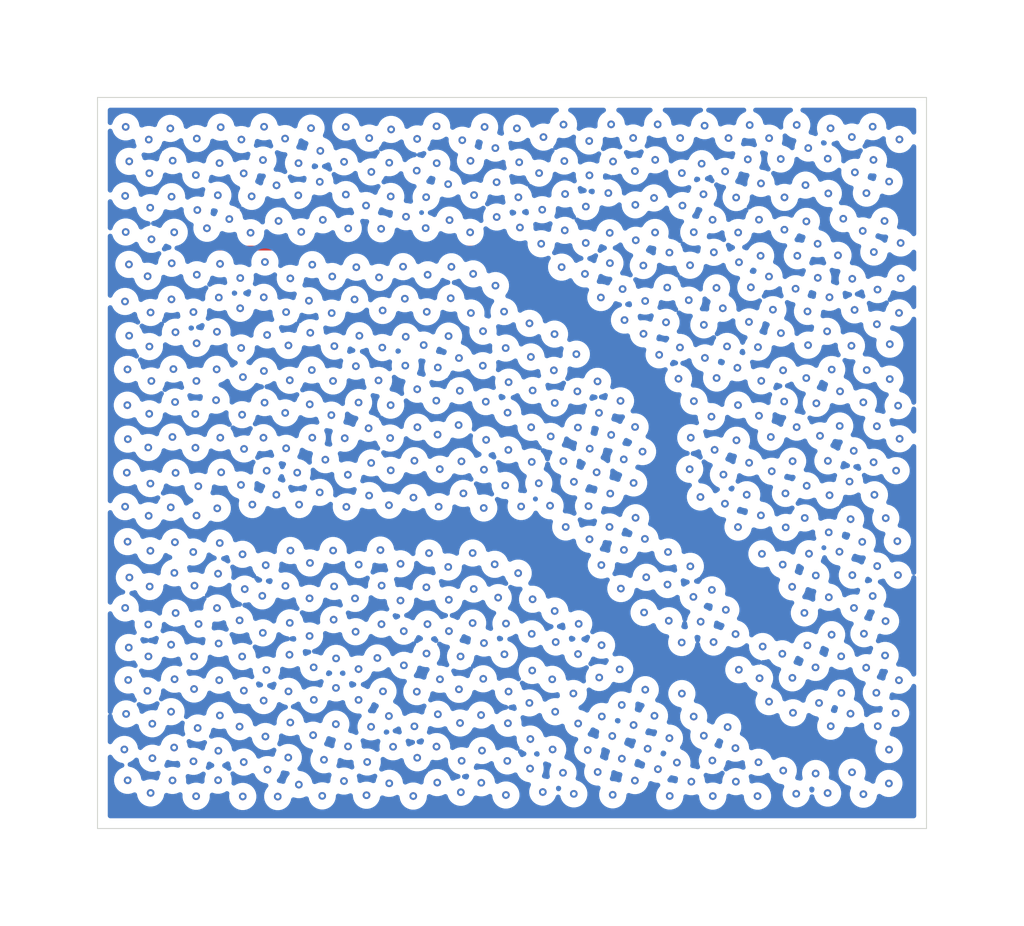
<source format=kicad_pcb>
(kicad_pcb (version 20171130) (host pcbnew 5.1.4-br-unknown-f2e75c9~84~ubuntu18.04.1)
  (layers (0 F.Cu signal) (31 B.Cu signal) (34 B.Paste user) (35 F.Paste user) (36 B.SilkS user) (37 F.SilkS user) (38 B.Mask user) (39 F.Mask user) (44 Edge.Cuts user))
  (net 0 "")
  (gr_line (start 101.6 127) (end 101.6 88.9) (layer Edge.Cuts) (width 0.05))
  (gr_line (start 144.78 127) (end 101.6 127) (layer Edge.Cuts) (width 0.05))
  (gr_line (start 144.78 88.9) (end 144.78 127) (layer Edge.Cuts) (width 0.05))
  (gr_line (start 101.6 88.9) (end 144.78 88.9) (layer Edge.Cuts) (width 0.05))
  (segment (start 106.5 96.75) (end 123 96.75) (width 0.25) (layer F.Cu) (net 0))
  (segment (start 123 96.75) (end 131.5 105.25) (width 0.25) (layer F.Cu) (net 0))
  (segment (start 131.5 105.25) (end 131.5 110.25) (width 0.25) (layer F.Cu) (net 0))
  (segment (start 131.5 110.25) (end 137.5 116.25) (width 0.25) (layer F.Cu) (net 0))
  (segment (start 109 111.25) (end 123.5 111.25) (width 0.25) (layer F.Cu) (net 0))
  (segment (start 123.5 111.25) (end 130.75 118.5) (width 0.25) (layer F.Cu) (net 0))
  (segment (start 130.75 118.5) (end 133 118.5) (width 0.25) (layer F.Cu) (net 0))
  (segment (start 133 118.5) (end 137.5 123) (width 0.25) (layer F.Cu) (net 0))
  (segment (start 137.5 123) (end 141.75 123) (width 0.25) (layer F.Cu) (net 0))
  (via (at 103.06767 90.432043) (size 0.4) (drill 0.2) (layers F.Cu B.Cu) (net 0))
  (via (at 103.252597 92.230499) (size 0.4) (drill 0.2) (layers F.Cu B.Cu) (net 0))
  (via (at 103.040116 94.02988) (size 0.4) (drill 0.2) (layers F.Cu B.Cu) (net 0))
  (via (at 103.0689 95.912658) (size 0.4) (drill 0.2) (layers F.Cu B.Cu) (net 0))
  (via (at 103.236164 97.599928) (size 0.4) (drill 0.2) (layers F.Cu B.Cu) (net 0))
  (via (at 103.03123 99.532351) (size 0.4) (drill 0.2) (layers F.Cu B.Cu) (net 0))
  (via (at 103.247478 101.315502) (size 0.4) (drill 0.2) (layers F.Cu B.Cu) (net 0))
  (via (at 103.161961 103.0717) (size 0.4) (drill 0.2) (layers F.Cu B.Cu) (net 0))
  (via (at 103.152694 104.936841) (size 0.4) (drill 0.2) (layers F.Cu B.Cu) (net 0))
  (via (at 103.178852 106.705652) (size 0.4) (drill 0.2) (layers F.Cu B.Cu) (net 0))
  (via (at 103.125278 108.453735) (size 0.4) (drill 0.2) (layers F.Cu B.Cu) (net 0))
  (via (at 103.037331 110.226092) (size 0.4) (drill 0.2) (layers F.Cu B.Cu) (net 0))
  (via (at 103.165725 112.050494) (size 0.4) (drill 0.2) (layers F.Cu B.Cu) (net 0))
  (via (at 103.259975 113.916474) (size 0.4) (drill 0.2) (layers F.Cu B.Cu) (net 0))
  (via (at 103.040248 115.504795) (size 0.4) (drill 0.2) (layers F.Cu B.Cu) (net 0))
  (via (at 103.227312 117.568753) (size 0.4) (drill 0.2) (layers F.Cu B.Cu) (net 0))
  (via (at 103.197549 119.258523) (size 0.4) (drill 0.2) (layers F.Cu B.Cu) (net 0))
  (via (at 103.089089 121.027809) (size 0.4) (drill 0.2) (layers F.Cu B.Cu) (net 0))
  (via (at 102.997146 122.880895) (size 0.4) (drill 0.2) (layers F.Cu B.Cu) (net 0))
  (via (at 103.169748 124.48825) (size 0.4) (drill 0.2) (layers F.Cu B.Cu) (net 0))
  (via (at 104.269082 91.093627) (size 0.4) (drill 0.2) (layers F.Cu B.Cu) (net 0))
  (via (at 104.299634 92.848475) (size 0.4) (drill 0.2) (layers F.Cu B.Cu) (net 0))
  (via (at 104.344961 94.644387) (size 0.4) (drill 0.2) (layers F.Cu B.Cu) (net 0))
  (via (at 104.410117 96.29316) (size 0.4) (drill 0.2) (layers F.Cu B.Cu) (net 0))
  (via (at 104.210484 98.219591) (size 0.4) (drill 0.2) (layers F.Cu B.Cu) (net 0))
  (via (at 104.362891 100.105275) (size 0.4) (drill 0.2) (layers F.Cu B.Cu) (net 0))
  (via (at 104.301474 101.880944) (size 0.4) (drill 0.2) (layers F.Cu B.Cu) (net 0))
  (via (at 104.404188 103.676958) (size 0.4) (drill 0.2) (layers F.Cu B.Cu) (net 0))
  (via (at 104.293138 105.387487) (size 0.4) (drill 0.2) (layers F.Cu B.Cu) (net 0))
  (via (at 104.243592 107.141755) (size 0.4) (drill 0.2) (layers F.Cu B.Cu) (net 0))
  (via (at 104.353656 109.021621) (size 0.4) (drill 0.2) (layers F.Cu B.Cu) (net 0))
  (via (at 104.264742 110.702858) (size 0.4) (drill 0.2) (layers F.Cu B.Cu) (net 0))
  (via (at 104.352416 112.525852) (size 0.4) (drill 0.2) (layers F.Cu B.Cu) (net 0))
  (via (at 104.315756 114.387629) (size 0.4) (drill 0.2) (layers F.Cu B.Cu) (net 0))
  (via (at 104.242255 116.365489) (size 0.4) (drill 0.2) (layers F.Cu B.Cu) (net 0))
  (via (at 104.252005 118.031834) (size 0.4) (drill 0.2) (layers F.Cu B.Cu) (net 0))
  (via (at 104.20072 119.825892) (size 0.4) (drill 0.2) (layers F.Cu B.Cu) (net 0))
  (via (at 104.452405 121.540651) (size 0.4) (drill 0.2) (layers F.Cu B.Cu) (net 0))
  (via (at 104.457562 123.337131) (size 0.4) (drill 0.2) (layers F.Cu B.Cu) (net 0))
  (via (at 104.365697 125.146844) (size 0.4) (drill 0.2) (layers F.Cu B.Cu) (net 0))
  (via (at 105.390977 90.513112) (size 0.4) (drill 0.2) (layers F.Cu B.Cu) (net 0))
  (via (at 105.515704 92.193457) (size 0.4) (drill 0.2) (layers F.Cu B.Cu) (net 0))
  (via (at 105.456261 94.070684) (size 0.4) (drill 0.2) (layers F.Cu B.Cu) (net 0))
  (via (at 105.59464 95.925997) (size 0.4) (drill 0.2) (layers F.Cu B.Cu) (net 0))
  (via (at 105.465068 97.541113) (size 0.4) (drill 0.2) (layers F.Cu B.Cu) (net 0))
  (via (at 105.451106 99.421348) (size 0.4) (drill 0.2) (layers F.Cu B.Cu) (net 0))
  (via (at 105.660067 101.13358) (size 0.4) (drill 0.2) (layers F.Cu B.Cu) (net 0))
  (via (at 105.552463 103.055551) (size 0.4) (drill 0.2) (layers F.Cu B.Cu) (net 0))
  (via (at 105.639649 104.772828) (size 0.4) (drill 0.2) (layers F.Cu B.Cu) (net 0))
  (via (at 105.50131 106.595833) (size 0.4) (drill 0.2) (layers F.Cu B.Cu) (net 0))
  (via (at 105.666597 108.464074) (size 0.4) (drill 0.2) (layers F.Cu B.Cu) (net 0))
  (via (at 105.415074 110.263045) (size 0.4) (drill 0.2) (layers F.Cu B.Cu) (net 0))
  (via (at 105.631684 112.079011) (size 0.4) (drill 0.2) (layers F.Cu B.Cu) (net 0))
  (via (at 105.601491 113.677607) (size 0.4) (drill 0.2) (layers F.Cu B.Cu) (net 0))
  (via (at 105.669337 115.769363) (size 0.4) (drill 0.2) (layers F.Cu B.Cu) (net 0))
  (via (at 105.433123 117.418973) (size 0.4) (drill 0.2) (layers F.Cu B.Cu) (net 0))
  (via (at 105.612822 119.219673) (size 0.4) (drill 0.2) (layers F.Cu B.Cu) (net 0))
  (via (at 105.430096 120.912261) (size 0.4) (drill 0.2) (layers F.Cu B.Cu) (net 0))
  (via (at 105.591048 122.77968) (size 0.4) (drill 0.2) (layers F.Cu B.Cu) (net 0))
  (via (at 105.50549 124.494754) (size 0.4) (drill 0.2) (layers F.Cu B.Cu) (net 0))
  (via (at 106.770969 91.043092) (size 0.4) (drill 0.2) (layers F.Cu B.Cu) (net 0))
  (via (at 106.721573 92.944609) (size 0.4) (drill 0.2) (layers F.Cu B.Cu) (net 0))
  (via (at 106.797776 94.766438) (size 0.4) (drill 0.2) (layers F.Cu B.Cu) (net 0))
  (via (at 106.771413 98.138171) (size 0.4) (drill 0.2) (layers F.Cu B.Cu) (net 0))
  (via (at 106.595891 100.083272) (size 0.4) (drill 0.2) (layers F.Cu B.Cu) (net 0))
  (via (at 106.762254 101.710687) (size 0.4) (drill 0.2) (layers F.Cu B.Cu) (net 0))
  (via (at 106.75018 103.67524) (size 0.4) (drill 0.2) (layers F.Cu B.Cu) (net 0))
  (via (at 106.693099 105.395013) (size 0.4) (drill 0.2) (layers F.Cu B.Cu) (net 0))
  (via (at 106.699368 107.155373) (size 0.4) (drill 0.2) (layers F.Cu B.Cu) (net 0))
  (via (at 106.848894 109.161211) (size 0.4) (drill 0.2) (layers F.Cu B.Cu) (net 0))
  (via (at 106.756128 110.689537) (size 0.4) (drill 0.2) (layers F.Cu B.Cu) (net 0))
  (via (at 106.585864 112.589374) (size 0.4) (drill 0.2) (layers F.Cu B.Cu) (net 0))
  (via (at 106.649938 114.343932) (size 0.4) (drill 0.2) (layers F.Cu B.Cu) (net 0))
  (via (at 106.862464 116.341334) (size 0.4) (drill 0.2) (layers F.Cu B.Cu) (net 0))
  (via (at 106.632554 118.035397) (size 0.4) (drill 0.2) (layers F.Cu B.Cu) (net 0))
  (via (at 106.629108 119.731113) (size 0.4) (drill 0.2) (layers F.Cu B.Cu) (net 0))
  (via (at 106.816669 121.762361) (size 0.4) (drill 0.2) (layers F.Cu B.Cu) (net 0))
  (via (at 106.597745 123.498753) (size 0.4) (drill 0.2) (layers F.Cu B.Cu) (net 0))
  (via (at 106.736086 125.318464) (size 0.4) (drill 0.2) (layers F.Cu B.Cu) (net 0))
  (via (at 107.299672 95.71558) (size 0.4) (drill 0.2) (layers F.Cu B.Cu) (net 0))
  (via (at 108.017002 90.449648) (size 0.4) (drill 0.2) (layers F.Cu B.Cu) (net 0))
  (via (at 107.955793 92.321457) (size 0.4) (drill 0.2) (layers F.Cu B.Cu) (net 0))
  (via (at 107.867077 93.994052) (size 0.4) (drill 0.2) (layers F.Cu B.Cu) (net 0))
  (via (at 107.981738 97.571998) (size 0.4) (drill 0.2) (layers F.Cu B.Cu) (net 0))
  (via (at 107.916752 99.325963) (size 0.4) (drill 0.2) (layers F.Cu B.Cu) (net 0))
  (via (at 107.82124 101.112066) (size 0.4) (drill 0.2) (layers F.Cu B.Cu) (net 0))
  (via (at 107.806686 103.06846) (size 0.4) (drill 0.2) (layers F.Cu B.Cu) (net 0))
  (via (at 107.774491 104.675746) (size 0.4) (drill 0.2) (layers F.Cu B.Cu) (net 0))
  (via (at 107.994322 106.630974) (size 0.4) (drill 0.2) (layers F.Cu B.Cu) (net 0))
  (via (at 108.040838 108.436332) (size 0.4) (drill 0.2) (layers F.Cu B.Cu) (net 0))
  (via (at 107.837209 110.313667) (size 0.4) (drill 0.2) (layers F.Cu B.Cu) (net 0))
  (via (at 107.966889 112.121497) (size 0.4) (drill 0.2) (layers F.Cu B.Cu) (net 0))
  (via (at 107.879163 113.720097) (size 0.4) (drill 0.2) (layers F.Cu B.Cu) (net 0))
  (via (at 107.824552 115.51157) (size 0.4) (drill 0.2) (layers F.Cu B.Cu) (net 0))
  (via (at 107.909602 117.357133) (size 0.4) (drill 0.2) (layers F.Cu B.Cu) (net 0))
  (via (at 107.939328 119.268311) (size 0.4) (drill 0.2) (layers F.Cu B.Cu) (net 0))
  (via (at 107.972832 121.108697) (size 0.4) (drill 0.2) (layers F.Cu B.Cu) (net 0))
  (via (at 107.894016 122.948831) (size 0.4) (drill 0.2) (layers F.Cu B.Cu) (net 0))
  (via (at 107.881618 124.482242) (size 0.4) (drill 0.2) (layers F.Cu B.Cu) (net 0))
  (via (at 108.46397 95.237248) (size 0.4) (drill 0.2) (layers F.Cu B.Cu) (net 0))
  (via (at 109.093848 91.093317) (size 0.4) (drill 0.2) (layers F.Cu B.Cu) (net 0))
  (via (at 109.214616 92.85573) (size 0.4) (drill 0.2) (layers F.Cu B.Cu) (net 0))
  (via (at 109.034301 98.312408) (size 0.4) (drill 0.2) (layers F.Cu B.Cu) (net 0))
  (via (at 109.031398 99.88697) (size 0.4) (drill 0.2) (layers F.Cu B.Cu) (net 0))
  (via (at 109.08185 101.955393) (size 0.4) (drill 0.2) (layers F.Cu B.Cu) (net 0))
  (via (at 109.173381 103.473384) (size 0.4) (drill 0.2) (layers F.Cu B.Cu) (net 0))
  (via (at 109.131621 105.433262) (size 0.4) (drill 0.2) (layers F.Cu B.Cu) (net 0))
  (via (at 109.232714 107.2173) (size 0.4) (drill 0.2) (layers F.Cu B.Cu) (net 0))
  (via (at 109.071683 109.09248) (size 0.4) (drill 0.2) (layers F.Cu B.Cu) (net 0))
  (via (at 109.153369 112.70933) (size 0.4) (drill 0.2) (layers F.Cu B.Cu) (net 0))
  (via (at 109.268663 114.52383) (size 0.4) (drill 0.2) (layers F.Cu B.Cu) (net 0))
  (via (at 109.000793 116.152208) (size 0.4) (drill 0.2) (layers F.Cu B.Cu) (net 0))
  (via (at 109.134544 118.035658) (size 0.4) (drill 0.2) (layers F.Cu B.Cu) (net 0))
  (via (at 109.222824 119.814384) (size 0.4) (drill 0.2) (layers F.Cu B.Cu) (net 0))
  (via (at 108.999247 121.689021) (size 0.4) (drill 0.2) (layers F.Cu B.Cu) (net 0))
  (via (at 109.217517 123.537182) (size 0.4) (drill 0.2) (layers F.Cu B.Cu) (net 0))
  (via (at 109.16513 125.330681) (size 0.4) (drill 0.2) (layers F.Cu B.Cu) (net 0))
  (via (at 109.629074 94.05349) (size 0.4) (drill 0.2) (layers F.Cu B.Cu) (net 0))
  (via (at 109.571815 95.949388) (size 0.4) (drill 0.2) (layers F.Cu B.Cu) (net 0))
  (via (at 109.663666 110.115783) (size 0.4) (drill 0.2) (layers F.Cu B.Cu) (net 0))
  (via (at 110.275833 90.426017) (size 0.4) (drill 0.2) (layers F.Cu B.Cu) (net 0))
  (via (at 110.217319 92.161199) (size 0.4) (drill 0.2) (layers F.Cu B.Cu) (net 0))
  (via (at 110.320234 97.476224) (size 0.4) (drill 0.2) (layers F.Cu B.Cu) (net 0))
  (via (at 110.259761 99.315955) (size 0.4) (drill 0.2) (layers F.Cu B.Cu) (net 0))
  (via (at 110.43423 101.277666) (size 0.4) (drill 0.2) (layers F.Cu B.Cu) (net 0))
  (via (at 110.266885 103.154697) (size 0.4) (drill 0.2) (layers F.Cu B.Cu) (net 0))
  (via (at 110.301769 104.802828) (size 0.4) (drill 0.2) (layers F.Cu B.Cu) (net 0))
  (via (at 110.242816 106.632321) (size 0.4) (drill 0.2) (layers F.Cu B.Cu) (net 0))
  (via (at 110.411889 108.352626) (size 0.4) (drill 0.2) (layers F.Cu B.Cu) (net 0))
  (via (at 110.361757 113.275917) (size 0.4) (drill 0.2) (layers F.Cu B.Cu) (net 0))
  (via (at 110.181293 114.875163) (size 0.4) (drill 0.2) (layers F.Cu B.Cu) (net 0))
  (via (at 110.210506 116.803099) (size 0.4) (drill 0.2) (layers F.Cu B.Cu) (net 0))
  (via (at 110.399836 118.735511) (size 0.4) (drill 0.2) (layers F.Cu B.Cu) (net 0))
  (via (at 110.255001 120.333478) (size 0.4) (drill 0.2) (layers F.Cu B.Cu) (net 0))
  (via (at 110.34583 122.206112) (size 0.4) (drill 0.2) (layers F.Cu B.Cu) (net 0))
  (via (at 110.454386 123.931393) (size 0.4) (drill 0.2) (layers F.Cu B.Cu) (net 0))
  (via (at 110.924665 93.478387) (size 0.4) (drill 0.2) (layers F.Cu B.Cu) (net 0))
  (via (at 111.030235 95.335253) (size 0.4) (drill 0.2) (layers F.Cu B.Cu) (net 0))
  (via (at 110.913674 109.607097) (size 0.4) (drill 0.2) (layers F.Cu B.Cu) (net 0))
  (via (at 110.987042 125.336807) (size 0.4) (drill 0.2) (layers F.Cu B.Cu) (net 0))
  (via (at 111.37048 91.042768) (size 0.4) (drill 0.2) (layers F.Cu B.Cu) (net 0))
  (via (at 111.641952 98.3302) (size 0.4) (drill 0.2) (layers F.Cu B.Cu) (net 0))
  (via (at 111.422856 100.085334) (size 0.4) (drill 0.2) (layers F.Cu B.Cu) (net 0))
  (via (at 111.544794 101.823318) (size 0.4) (drill 0.2) (layers F.Cu B.Cu) (net 0))
  (via (at 111.614607 103.637443) (size 0.4) (drill 0.2) (layers F.Cu B.Cu) (net 0))
  (via (at 111.375907 105.33932) (size 0.4) (drill 0.2) (layers F.Cu B.Cu) (net 0))
  (via (at 111.425308 107.185629) (size 0.4) (drill 0.2) (layers F.Cu B.Cu) (net 0))
  (via (at 111.648181 112.512508) (size 0.4) (drill 0.2) (layers F.Cu B.Cu) (net 0))
  (via (at 111.387397 114.355122) (size 0.4) (drill 0.2) (layers F.Cu B.Cu) (net 0))
  (via (at 111.613756 116.283342) (size 0.4) (drill 0.2) (layers F.Cu B.Cu) (net 0))
  (via (at 111.598181 117.942821) (size 0.4) (drill 0.2) (layers F.Cu B.Cu) (net 0))
  (via (at 111.54692 119.853611) (size 0.4) (drill 0.2) (layers F.Cu B.Cu) (net 0))
  (via (at 111.64122 121.474071) (size 0.4) (drill 0.2) (layers F.Cu B.Cu) (net 0))
  (via (at 111.53548 123.299791) (size 0.4) (drill 0.2) (layers F.Cu B.Cu) (net 0))
  (via (at 112.069909 92.324363) (size 0.4) (drill 0.2) (layers F.Cu B.Cu) (net 0))
  (via (at 112.056746 94.000615) (size 0.4) (drill 0.2) (layers F.Cu B.Cu) (net 0))
  (via (at 112.211238 95.903526) (size 0.4) (drill 0.2) (layers F.Cu B.Cu) (net 0))
  (via (at 112.002183 108.452854) (size 0.4) (drill 0.2) (layers F.Cu B.Cu) (net 0))
  (via (at 112.099709 110.116457) (size 0.4) (drill 0.2) (layers F.Cu B.Cu) (net 0))
  (via (at 112.086033 124.712289) (size 0.4) (drill 0.2) (layers F.Cu B.Cu) (net 0))
  (via (at 112.721412 90.498704) (size 0.4) (drill 0.2) (layers F.Cu B.Cu) (net 0))
  (via (at 112.785413 97.612997) (size 0.4) (drill 0.2) (layers F.Cu B.Cu) (net 0))
  (via (at 112.612565 99.492551) (size 0.4) (drill 0.2) (layers F.Cu B.Cu) (net 0))
  (via (at 112.6819 101.163704) (size 0.4) (drill 0.2) (layers F.Cu B.Cu) (net 0))
  (via (at 112.761962 103.105668) (size 0.4) (drill 0.2) (layers F.Cu B.Cu) (net 0))
  (via (at 112.6539 104.89274) (size 0.4) (drill 0.2) (layers F.Cu B.Cu) (net 0))
  (via (at 112.785943 106.630385) (size 0.4) (drill 0.2) (layers F.Cu B.Cu) (net 0))
  (via (at 112.665412 113.159432) (size 0.4) (drill 0.2) (layers F.Cu B.Cu) (net 0))
  (via (at 112.644627 115.005193) (size 0.4) (drill 0.2) (layers F.Cu B.Cu) (net 0))
  (via (at 112.645683 116.966783) (size 0.4) (drill 0.2) (layers F.Cu B.Cu) (net 0))
  (via (at 112.858983 118.601984) (size 0.4) (drill 0.2) (layers F.Cu B.Cu) (net 0))
  (via (at 112.868425 120.295856) (size 0.4) (drill 0.2) (layers F.Cu B.Cu) (net 0))
  (via (at 112.829412 122.135137) (size 0.4) (drill 0.2) (layers F.Cu B.Cu) (net 0))
  (via (at 113.204299 91.682628) (size 0.4) (drill 0.2) (layers F.Cu B.Cu) (net 0))
  (via (at 113.176939 93.295813) (size 0.4) (drill 0.2) (layers F.Cu B.Cu) (net 0))
  (via (at 113.335594 95.278647) (size 0.4) (drill 0.2) (layers F.Cu B.Cu) (net 0))
  (via (at 113.466921 107.777783) (size 0.4) (drill 0.2) (layers F.Cu B.Cu) (net 0))
  (via (at 113.173875 109.482087) (size 0.4) (drill 0.2) (layers F.Cu B.Cu) (net 0))
  (via (at 113.395858 123.41792) (size 0.4) (drill 0.2) (layers F.Cu B.Cu) (net 0))
  (via (at 113.304701 125.299217) (size 0.4) (drill 0.2) (layers F.Cu B.Cu) (net 0))
  (via (at 113.826771 98.229995) (size 0.4) (drill 0.2) (layers F.Cu B.Cu) (net 0))
  (via (at 113.798246 100.137119) (size 0.4) (drill 0.2) (layers F.Cu B.Cu) (net 0))
  (via (at 113.93577 101.860436) (size 0.4) (drill 0.2) (layers F.Cu B.Cu) (net 0))
  (via (at 113.867415 103.676039) (size 0.4) (drill 0.2) (layers F.Cu B.Cu) (net 0))
  (via (at 113.779678 105.454534) (size 0.4) (drill 0.2) (layers F.Cu B.Cu) (net 0))
  (via (at 113.871938 112.512664) (size 0.4) (drill 0.2) (layers F.Cu B.Cu) (net 0))
  (via (at 113.924525 114.383476) (size 0.4) (drill 0.2) (layers F.Cu B.Cu) (net 0))
  (via (at 113.899734 116.115334) (size 0.4) (drill 0.2) (layers F.Cu B.Cu) (net 0))
  (via (at 114.026796 118.135058) (size 0.4) (drill 0.2) (layers F.Cu B.Cu) (net 0))
  (via (at 114.020471 119.672845) (size 0.4) (drill 0.2) (layers F.Cu B.Cu) (net 0))
  (via (at 114.01417 121.560784) (size 0.4) (drill 0.2) (layers F.Cu B.Cu) (net 0))
  (via (at 114.534028 90.438838) (size 0.4) (drill 0.2) (layers F.Cu B.Cu) (net 0))
  (via (at 114.442571 92.253821) (size 0.4) (drill 0.2) (layers F.Cu B.Cu) (net 0))
  (via (at 114.534924 93.961117) (size 0.4) (drill 0.2) (layers F.Cu B.Cu) (net 0))
  (via (at 114.658628 95.726109) (size 0.4) (drill 0.2) (layers F.Cu B.Cu) (net 0))
  (via (at 114.477616 106.658546) (size 0.4) (drill 0.2) (layers F.Cu B.Cu) (net 0))
  (via (at 114.639805 108.565035) (size 0.4) (drill 0.2) (layers F.Cu B.Cu) (net 0))
  (via (at 114.56156 110.237751) (size 0.4) (drill 0.2) (layers F.Cu B.Cu) (net 0))
  (via (at 114.649276 122.723037) (size 0.4) (drill 0.2) (layers F.Cu B.Cu) (net 0))
  (via (at 114.437608 124.526816) (size 0.4) (drill 0.2) (layers F.Cu B.Cu) (net 0))
  (via (at 115.079896 97.746264) (size 0.4) (drill 0.2) (layers F.Cu B.Cu) (net 0))
  (via (at 114.988393 99.42746) (size 0.4) (drill 0.2) (layers F.Cu B.Cu) (net 0))
  (via (at 115.238947 101.31897) (size 0.4) (drill 0.2) (layers F.Cu B.Cu) (net 0))
  (via (at 115.058273 102.904664) (size 0.4) (drill 0.2) (layers F.Cu B.Cu) (net 0))
  (via (at 115.197413 104.797964) (size 0.4) (drill 0.2) (layers F.Cu B.Cu) (net 0))
  (via (at 115.205251 113.244832) (size 0.4) (drill 0.2) (layers F.Cu B.Cu) (net 0))
  (via (at 115.013068 115.007286) (size 0.4) (drill 0.2) (layers F.Cu B.Cu) (net 0))
  (via (at 115.043071 116.744771) (size 0.4) (drill 0.2) (layers F.Cu B.Cu) (net 0))
  (via (at 115.195818 118.691162) (size 0.4) (drill 0.2) (layers F.Cu B.Cu) (net 0))
  (via (at 115.196861 120.296657) (size 0.4) (drill 0.2) (layers F.Cu B.Cu) (net 0))
  (via (at 115.751996 91.017491) (size 0.4) (drill 0.2) (layers F.Cu B.Cu) (net 0))
  (via (at 115.861789 92.779417) (size 0.4) (drill 0.2) (layers F.Cu B.Cu) (net 0))
  (via (at 115.586924 94.532753) (size 0.4) (drill 0.2) (layers F.Cu B.Cu) (net 0))
  (via (at 115.720541 106.139073) (size 0.4) (drill 0.2) (layers F.Cu B.Cu) (net 0))
  (via (at 115.854161 107.947464) (size 0.4) (drill 0.2) (layers F.Cu B.Cu) (net 0))
  (via (at 115.747771 109.648513) (size 0.4) (drill 0.2) (layers F.Cu B.Cu) (net 0))
  (via (at 115.849094 121.699382) (size 0.4) (drill 0.2) (layers F.Cu B.Cu) (net 0))
  (via (at 115.64638 123.534087) (size 0.4) (drill 0.2) (layers F.Cu B.Cu) (net 0))
  (via (at 115.611006 125.266246) (size 0.4) (drill 0.2) (layers F.Cu B.Cu) (net 0))
  (via (at 116.373389 95.744555) (size 0.4) (drill 0.2) (layers F.Cu B.Cu) (net 0))
  (via (at 116.264494 98.277583) (size 0.4) (drill 0.2) (layers F.Cu B.Cu) (net 0))
  (via (at 116.45235 100.00162) (size 0.4) (drill 0.2) (layers F.Cu B.Cu) (net 0))
  (via (at 116.43285 101.934833) (size 0.4) (drill 0.2) (layers F.Cu B.Cu) (net 0))
  (via (at 116.236923 103.647535) (size 0.4) (drill 0.2) (layers F.Cu B.Cu) (net 0))
  (via (at 116.335807 112.487874) (size 0.4) (drill 0.2) (layers F.Cu B.Cu) (net 0))
  (via (at 116.400157 114.339312) (size 0.4) (drill 0.2) (layers F.Cu B.Cu) (net 0))
  (via (at 116.390691 116.350286) (size 0.4) (drill 0.2) (layers F.Cu B.Cu) (net 0))
  (via (at 116.176854 118.113249) (size 0.4) (drill 0.2) (layers F.Cu B.Cu) (net 0))
  (via (at 116.4687 119.852105) (size 0.4) (drill 0.2) (layers F.Cu B.Cu) (net 0))
  (via (at 116.894447 90.565332) (size 0.4) (drill 0.2) (layers F.Cu B.Cu) (net 0))
  (via (at 116.795058 92.299607) (size 0.4) (drill 0.2) (layers F.Cu B.Cu) (net 0))
  (via (at 116.872943 94.058262) (size 0.4) (drill 0.2) (layers F.Cu B.Cu) (net 0))
  (via (at 116.868938 104.935644) (size 0.4) (drill 0.2) (layers F.Cu B.Cu) (net 0))
  (via (at 116.842455 106.649382) (size 0.4) (drill 0.2) (layers F.Cu B.Cu) (net 0))
  (via (at 116.873802 108.334409) (size 0.4) (drill 0.2) (layers F.Cu B.Cu) (net 0))
  (via (at 116.780682 110.149543) (size 0.4) (drill 0.2) (layers F.Cu B.Cu) (net 0))
  (via (at 116.778234 121.138688) (size 0.4) (drill 0.2) (layers F.Cu B.Cu) (net 0))
  (via (at 116.995001 122.740144) (size 0.4) (drill 0.2) (layers F.Cu B.Cu) (net 0))
  (via (at 116.795726 124.645727) (size 0.4) (drill 0.2) (layers F.Cu B.Cu) (net 0))
  (via (at 117.669554 95.115041) (size 0.4) (drill 0.2) (layers F.Cu B.Cu) (net 0))
  (via (at 117.513861 97.717732) (size 0.4) (drill 0.2) (layers F.Cu B.Cu) (net 0))
  (via (at 117.607481 99.387661) (size 0.4) (drill 0.2) (layers F.Cu B.Cu) (net 0))
  (via (at 117.655408 101.369656) (size 0.4) (drill 0.2) (layers F.Cu B.Cu) (net 0))
  (via (at 117.631171 102.873986) (size 0.4) (drill 0.2) (layers F.Cu B.Cu) (net 0))
  (via (at 117.383555 113.205834) (size 0.4) (drill 0.2) (layers F.Cu B.Cu) (net 0))
  (via (at 117.380592 115.118418) (size 0.4) (drill 0.2) (layers F.Cu B.Cu) (net 0))
  (via (at 117.552832 116.714604) (size 0.4) (drill 0.2) (layers F.Cu B.Cu) (net 0))
  (via (at 117.557779 118.496727) (size 0.4) (drill 0.2) (layers F.Cu B.Cu) (net 0))
  (via (at 118.24856 91.059837) (size 0.4) (drill 0.2) (layers F.Cu B.Cu) (net 0))
  (via (at 118.22717 92.714138) (size 0.4) (drill 0.2) (layers F.Cu B.Cu) (net 0))
  (via (at 118.252576 104.105208) (size 0.4) (drill 0.2) (layers F.Cu B.Cu) (net 0))
  (via (at 118.262461 106.085401) (size 0.4) (drill 0.2) (layers F.Cu B.Cu) (net 0))
  (via (at 118.106756 107.831718) (size 0.4) (drill 0.2) (layers F.Cu B.Cu) (net 0))
  (via (at 118.056052 109.751556) (size 0.4) (drill 0.2) (layers F.Cu B.Cu) (net 0))
  (via (at 118.231117 119.868965) (size 0.4) (drill 0.2) (layers F.Cu B.Cu) (net 0))
  (via (at 118.105562 121.675834) (size 0.4) (drill 0.2) (layers F.Cu B.Cu) (net 0))
  (via (at 118.252603 123.312947) (size 0.4) (drill 0.2) (layers F.Cu B.Cu) (net 0))
  (via (at 118.046492 125.308778) (size 0.4) (drill 0.2) (layers F.Cu B.Cu) (net 0))
  (via (at 118.718433 94.096119) (size 0.4) (drill 0.2) (layers F.Cu B.Cu) (net 0))
  (via (at 118.693575 95.709649) (size 0.4) (drill 0.2) (layers F.Cu B.Cu) (net 0))
  (via (at 118.796337 98.140511) (size 0.4) (drill 0.2) (layers F.Cu B.Cu) (net 0))
  (via (at 118.750225 100.071714) (size 0.4) (drill 0.2) (layers F.Cu B.Cu) (net 0))
  (via (at 118.59066 101.804824) (size 0.4) (drill 0.2) (layers F.Cu B.Cu) (net 0))
  (via (at 118.868716 112.647901) (size 0.4) (drill 0.2) (layers F.Cu B.Cu) (net 0))
  (via (at 118.729343 114.430105) (size 0.4) (drill 0.2) (layers F.Cu B.Cu) (net 0))
  (via (at 118.78753 116.349193) (size 0.4) (drill 0.2) (layers F.Cu B.Cu) (net 0))
  (via (at 118.736441 117.878731) (size 0.4) (drill 0.2) (layers F.Cu B.Cu) (net 0))
  (via (at 119.261138 90.400069) (size 0.4) (drill 0.2) (layers F.Cu B.Cu) (net 0))
  (via (at 119.26844 92.324027) (size 0.4) (drill 0.2) (layers F.Cu B.Cu) (net 0))
  (via (at 119.325313 102.973305) (size 0.4) (drill 0.2) (layers F.Cu B.Cu) (net 0))
  (via (at 119.246045 104.701054) (size 0.4) (drill 0.2) (layers F.Cu B.Cu) (net 0))
  (via (at 119.313107 106.470595) (size 0.4) (drill 0.2) (layers F.Cu B.Cu) (net 0))
  (via (at 119.427885 108.271518) (size 0.4) (drill 0.2) (layers F.Cu B.Cu) (net 0))
  (via (at 119.370085 110.229584) (size 0.4) (drill 0.2) (layers F.Cu B.Cu) (net 0))
  (via (at 119.436456 119.222974) (size 0.4) (drill 0.2) (layers F.Cu B.Cu) (net 0))
  (via (at 119.328505 121.046175) (size 0.4) (drill 0.2) (layers F.Cu B.Cu) (net 0))
  (via (at 119.257593 122.731562) (size 0.4) (drill 0.2) (layers F.Cu B.Cu) (net 0))
  (via (at 119.296238 124.606917) (size 0.4) (drill 0.2) (layers F.Cu B.Cu) (net 0))
  (via (at 119.864956 93.417438) (size 0.4) (drill 0.2) (layers F.Cu B.Cu) (net 0))
  (via (at 119.936166 95.290821) (size 0.4) (drill 0.2) (layers F.Cu B.Cu) (net 0))
  (via (at 120.032153 97.725504) (size 0.4) (drill 0.2) (layers F.Cu B.Cu) (net 0))
  (via (at 119.998218 99.363859) (size 0.4) (drill 0.2) (layers F.Cu B.Cu) (net 0))
  (via (at 119.885744 101.336261) (size 0.4) (drill 0.2) (layers F.Cu B.Cu) (net 0))
  (via (at 119.868133 113.368511) (size 0.4) (drill 0.2) (layers F.Cu B.Cu) (net 0))
  (via (at 119.899858 115.078096) (size 0.4) (drill 0.2) (layers F.Cu B.Cu) (net 0))
  (via (at 119.905834 116.712721) (size 0.4) (drill 0.2) (layers F.Cu B.Cu) (net 0))
  (via (at 120.599283 91.127403) (size 0.4) (drill 0.2) (layers F.Cu B.Cu) (net 0))
  (via (at 120.428032 102.480825) (size 0.4) (drill 0.2) (layers F.Cu B.Cu) (net 0))
  (via (at 120.4709 104.184469) (size 0.4) (drill 0.2) (layers F.Cu B.Cu) (net 0))
  (via (at 120.409428 105.972249) (size 0.4) (drill 0.2) (layers F.Cu B.Cu) (net 0))
  (via (at 120.556118 107.865296) (size 0.4) (drill 0.2) (layers F.Cu B.Cu) (net 0))
  (via (at 120.658749 109.534321) (size 0.4) (drill 0.2) (layers F.Cu B.Cu) (net 0))
  (via (at 120.510392 118.032799) (size 0.4) (drill 0.2) (layers F.Cu B.Cu) (net 0))
  (via (at 120.426148 119.744446) (size 0.4) (drill 0.2) (layers F.Cu B.Cu) (net 0))
  (via (at 120.482949 121.502037) (size 0.4) (drill 0.2) (layers F.Cu B.Cu) (net 0))
  (via (at 120.567815 123.472331) (size 0.4) (drill 0.2) (layers F.Cu B.Cu) (net 0))
  (via (at 120.525475 125.10945) (size 0.4) (drill 0.2) (layers F.Cu B.Cu) (net 0))
  (via (at 121.026148 92.202579) (size 0.4) (drill 0.2) (layers F.Cu B.Cu) (net 0))
  (via (at 121.21423 93.987527) (size 0.4) (drill 0.2) (layers F.Cu B.Cu) (net 0))
  (via (at 121.010136 95.92778) (size 0.4) (drill 0.2) (layers F.Cu B.Cu) (net 0))
  (via (at 121.167045 98.094194) (size 0.4) (drill 0.2) (layers F.Cu B.Cu) (net 0))
  (via (at 121.048816 100.133163) (size 0.4) (drill 0.2) (layers F.Cu B.Cu) (net 0))
  (via (at 121.141213 112.642969) (size 0.4) (drill 0.2) (layers F.Cu B.Cu) (net 0))
  (via (at 121.197539 114.518992) (size 0.4) (drill 0.2) (layers F.Cu B.Cu) (net 0))
  (via (at 121.139383 116.292101) (size 0.4) (drill 0.2) (layers F.Cu B.Cu) (net 0))
  (via (at 121.762141 90.435809) (size 0.4) (drill 0.2) (layers F.Cu B.Cu) (net 0))
  (via (at 121.681026 101.080906) (size 0.4) (drill 0.2) (layers F.Cu B.Cu) (net 0))
  (via (at 121.669163 102.879558) (size 0.4) (drill 0.2) (layers F.Cu B.Cu) (net 0))
  (via (at 121.824077 104.754194) (size 0.4) (drill 0.2) (layers F.Cu B.Cu) (net 0))
  (via (at 121.842077 106.745076) (size 0.4) (drill 0.2) (layers F.Cu B.Cu) (net 0))
  (via (at 121.72946 108.298453) (size 0.4) (drill 0.2) (layers F.Cu B.Cu) (net 0))
  (via (at 121.718519 110.295593) (size 0.4) (drill 0.2) (layers F.Cu B.Cu) (net 0))
  (via (at 121.729726 117.335655) (size 0.4) (drill 0.2) (layers F.Cu B.Cu) (net 0))
  (via (at 121.692377 119.198568) (size 0.4) (drill 0.2) (layers F.Cu B.Cu) (net 0))
  (via (at 121.578789 121.087476) (size 0.4) (drill 0.2) (layers F.Cu B.Cu) (net 0))
  (via (at 121.626829 122.938441) (size 0.4) (drill 0.2) (layers F.Cu B.Cu) (net 0))
  (via (at 121.58993 124.61665) (size 0.4) (drill 0.2) (layers F.Cu B.Cu) (net 0))
  (via (at 122.321973 91.538272) (size 0.4) (drill 0.2) (layers F.Cu B.Cu) (net 0))
  (via (at 122.388828 93.31594) (size 0.4) (drill 0.2) (layers F.Cu B.Cu) (net 0))
  (via (at 122.393372 95.130231) (size 0.4) (drill 0.2) (layers F.Cu B.Cu) (net 0))
  (via (at 122.328132 98.705664) (size 0.4) (drill 0.2) (layers F.Cu B.Cu) (net 0))
  (via (at 122.288637 113.230619) (size 0.4) (drill 0.2) (layers F.Cu B.Cu) (net 0))
  (via (at 122.468814 114.966133) (size 0.4) (drill 0.2) (layers F.Cu B.Cu) (net 0))
  (via (at 122.77745 100.059423) (size 0.4) (drill 0.2) (layers F.Cu B.Cu) (net 0))
  (via (at 122.86163 101.959551) (size 0.4) (drill 0.2) (layers F.Cu B.Cu) (net 0))
  (via (at 123.013574 103.737734) (size 0.4) (drill 0.2) (layers F.Cu B.Cu) (net 0))
  (via (at 122.960592 105.326815) (size 0.4) (drill 0.2) (layers F.Cu B.Cu) (net 0))
  (via (at 122.999279 107.268107) (size 0.4) (drill 0.2) (layers F.Cu B.Cu) (net 0))
  (via (at 122.837753 109.119369) (size 0.4) (drill 0.2) (layers F.Cu B.Cu) (net 0))
  (via (at 122.877644 116.318139) (size 0.4) (drill 0.2) (layers F.Cu B.Cu) (net 0))
  (via (at 122.794943 117.920562) (size 0.4) (drill 0.2) (layers F.Cu B.Cu) (net 0))
  (via (at 123.010547 119.860252) (size 0.4) (drill 0.2) (layers F.Cu B.Cu) (net 0))
  (via (at 122.976861 121.513558) (size 0.4) (drill 0.2) (layers F.Cu B.Cu) (net 0))
  (via (at 122.944063 123.477449) (size 0.4) (drill 0.2) (layers F.Cu B.Cu) (net 0))
  (via (at 122.873236 125.254598) (size 0.4) (drill 0.2) (layers F.Cu B.Cu) (net 0))
  (via (at 123.446154 90.510413) (size 0.4) (drill 0.2) (layers F.Cu B.Cu) (net 0))
  (via (at 123.565567 92.275972) (size 0.4) (drill 0.2) (layers F.Cu B.Cu) (net 0))
  (via (at 123.521417 94.101389) (size 0.4) (drill 0.2) (layers F.Cu B.Cu) (net 0))
  (via (at 123.602051 95.67724) (size 0.4) (drill 0.2) (layers F.Cu B.Cu) (net 0))
  (via (at 123.665686 110.217256) (size 0.4) (drill 0.2) (layers F.Cu B.Cu) (net 0))
  (via (at 123.51119 113.690705) (size 0.4) (drill 0.2) (layers F.Cu B.Cu) (net 0))
  (via (at 124.099852 100.672637) (size 0.4) (drill 0.2) (layers F.Cu B.Cu) (net 0))
  (via (at 124.173241 102.422829) (size 0.4) (drill 0.2) (layers F.Cu B.Cu) (net 0))
  (via (at 124.265638 104.172101) (size 0.4) (drill 0.2) (layers F.Cu B.Cu) (net 0))
  (via (at 124.188573 106.088248) (size 0.4) (drill 0.2) (layers F.Cu B.Cu) (net 0))
  (via (at 124.21911 107.894608) (size 0.4) (drill 0.2) (layers F.Cu B.Cu) (net 0))
  (via (at 124.263265 115.052364) (size 0.4) (drill 0.2) (layers F.Cu B.Cu) (net 0))
  (via (at 124.218203 116.856126) (size 0.4) (drill 0.2) (layers F.Cu B.Cu) (net 0))
  (via (at 124.243073 118.765663) (size 0.4) (drill 0.2) (layers F.Cu B.Cu) (net 0))
  (via (at 124.095415 120.455028) (size 0.4) (drill 0.2) (layers F.Cu B.Cu) (net 0))
  (via (at 124.145009 122.337853) (size 0.4) (drill 0.2) (layers F.Cu B.Cu) (net 0))
  (via (at 124.130929 123.877868) (size 0.4) (drill 0.2) (layers F.Cu B.Cu) (net 0))
  (via (at 124.828164 90.964756) (size 0.4) (drill 0.2) (layers F.Cu B.Cu) (net 0))
  (via (at 124.60135 92.841625) (size 0.4) (drill 0.2) (layers F.Cu B.Cu) (net 0))
  (via (at 124.764482 94.750049) (size 0.4) (drill 0.2) (layers F.Cu B.Cu) (net 0))
  (via (at 124.711036 96.524264) (size 0.4) (drill 0.2) (layers F.Cu B.Cu) (net 0))
  (via (at 124.585395 109.005954) (size 0.4) (drill 0.2) (layers F.Cu B.Cu) (net 0))
  (via (at 124.795048 125.099462) (size 0.4) (drill 0.2) (layers F.Cu B.Cu) (net 0))
  (via (at 125.405145 101.233234) (size 0.4) (drill 0.2) (layers F.Cu B.Cu) (net 0))
  (via (at 125.370578 103.120672) (size 0.4) (drill 0.2) (layers F.Cu B.Cu) (net 0))
  (via (at 125.417845 104.821232) (size 0.4) (drill 0.2) (layers F.Cu B.Cu) (net 0))
  (via (at 125.207379 106.565455) (size 0.4) (drill 0.2) (layers F.Cu B.Cu) (net 0))
  (via (at 125.172256 110.17578) (size 0.4) (drill 0.2) (layers F.Cu B.Cu) (net 0))
  (via (at 125.41443 115.664692) (size 0.4) (drill 0.2) (layers F.Cu B.Cu) (net 0))
  (via (at 125.467057 117.282428) (size 0.4) (drill 0.2) (layers F.Cu B.Cu) (net 0))
  (via (at 125.285466 119.225432) (size 0.4) (drill 0.2) (layers F.Cu B.Cu) (net 0))
  (via (at 125.440084 120.914707) (size 0.4) (drill 0.2) (layers F.Cu B.Cu) (net 0))
  (via (at 125.305494 122.880534) (size 0.4) (drill 0.2) (layers F.Cu B.Cu) (net 0))
  (via (at 125.8727 90.311992) (size 0.4) (drill 0.2) (layers F.Cu B.Cu) (net 0))
  (via (at 125.915454 92.212862) (size 0.4) (drill 0.2) (layers F.Cu B.Cu) (net 0))
  (via (at 125.955568 93.931354) (size 0.4) (drill 0.2) (layers F.Cu B.Cu) (net 0))
  (via (at 125.938188 95.826069) (size 0.4) (drill 0.2) (layers F.Cu B.Cu) (net 0))
  (via (at 125.775794 97.742423) (size 0.4) (drill 0.2) (layers F.Cu B.Cu) (net 0))
  (via (at 125.867924 107.851571) (size 0.4) (drill 0.2) (layers F.Cu B.Cu) (net 0))
  (via (at 125.988934 111.28561) (size 0.4) (drill 0.2) (layers F.Cu B.Cu) (net 0))
  (via (at 125.845786 124.095509) (size 0.4) (drill 0.2) (layers F.Cu B.Cu) (net 0))
  (via (at 126.541206 102.277978) (size 0.4) (drill 0.2) (layers F.Cu B.Cu) (net 0))
  (via (at 126.594903 104.216649) (size 0.4) (drill 0.2) (layers F.Cu B.Cu) (net 0))
  (via (at 126.623104 106.101774) (size 0.4) (drill 0.2) (layers F.Cu B.Cu) (net 0))
  (via (at 126.415112 108.930268) (size 0.4) (drill 0.2) (layers F.Cu B.Cu) (net 0))
  (via (at 126.664309 116.334296) (size 0.4) (drill 0.2) (layers F.Cu B.Cu) (net 0))
  (via (at 126.630198 117.908745) (size 0.4) (drill 0.2) (layers F.Cu B.Cu) (net 0))
  (via (at 126.386577 119.962375) (size 0.4) (drill 0.2) (layers F.Cu B.Cu) (net 0))
  (via (at 126.635869 121.527314) (size 0.4) (drill 0.2) (layers F.Cu B.Cu) (net 0))
  (via (at 126.409335 125.193933) (size 0.4) (drill 0.2) (layers F.Cu B.Cu) (net 0))
  (via (at 127.21173 91.169064) (size 0.4) (drill 0.2) (layers F.Cu B.Cu) (net 0))
  (via (at 127.222989 92.958228) (size 0.4) (drill 0.2) (layers F.Cu B.Cu) (net 0))
  (via (at 127.036461 94.586462) (size 0.4) (drill 0.2) (layers F.Cu B.Cu) (net 0))
  (via (at 127.032682 96.482016) (size 0.4) (drill 0.2) (layers F.Cu B.Cu) (net 0))
  (via (at 126.990443 98.095259) (size 0.4) (drill 0.2) (layers F.Cu B.Cu) (net 0))
  (via (at 127.237945 107.204444) (size 0.4) (drill 0.2) (layers F.Cu B.Cu) (net 0))
  (via (at 127.176093 110.197708) (size 0.4) (drill 0.2) (layers F.Cu B.Cu) (net 0))
  (via (at 127.226026 111.92353) (size 0.4) (drill 0.2) (layers F.Cu B.Cu) (net 0))
  (via (at 127.1357 122.9118) (size 0.4) (drill 0.2) (layers F.Cu B.Cu) (net 0))
  (via (at 127.818609 99.325925) (size 0.4) (drill 0.2) (layers F.Cu B.Cu) (net 0))
  (via (at 127.645516 103.696859) (size 0.4) (drill 0.2) (layers F.Cu B.Cu) (net 0))
  (via (at 127.719986 105.336143) (size 0.4) (drill 0.2) (layers F.Cu B.Cu) (net 0))
  (via (at 127.599363 108.435191) (size 0.4) (drill 0.2) (layers F.Cu B.Cu) (net 0))
  (via (at 127.843741 113.269479) (size 0.4) (drill 0.2) (layers F.Cu B.Cu) (net 0))
  (via (at 127.854864 117.445148) (size 0.4) (drill 0.2) (layers F.Cu B.Cu) (net 0))
  (via (at 127.733975 119.129125) (size 0.4) (drill 0.2) (layers F.Cu B.Cu) (net 0))
  (via (at 127.868355 121.16101) (size 0.4) (drill 0.2) (layers F.Cu B.Cu) (net 0))
  (via (at 127.65386 124.054886) (size 0.4) (drill 0.2) (layers F.Cu B.Cu) (net 0))
  (via (at 128.353964 90.30056) (size 0.4) (drill 0.2) (layers F.Cu B.Cu) (net 0))
  (via (at 128.452952 92.236329) (size 0.4) (drill 0.2) (layers F.Cu B.Cu) (net 0))
  (via (at 128.207624 93.882492) (size 0.4) (drill 0.2) (layers F.Cu B.Cu) (net 0))
  (via (at 128.281059 95.955625) (size 0.4) (drill 0.2) (layers F.Cu B.Cu) (net 0))
  (via (at 128.289577 97.53337) (size 0.4) (drill 0.2) (layers F.Cu B.Cu) (net 0))
  (via (at 128.356123 106.485503) (size 0.4) (drill 0.2) (layers F.Cu B.Cu) (net 0))
  (via (at 128.30786 109.544385) (size 0.4) (drill 0.2) (layers F.Cu B.Cu) (net 0))
  (via (at 128.267762 111.282312) (size 0.4) (drill 0.2) (layers F.Cu B.Cu) (net 0))
  (via (at 128.412232 122.179638) (size 0.4) (drill 0.2) (layers F.Cu B.Cu) (net 0))
  (via (at 128.435825 125.243179) (size 0.4) (drill 0.2) (layers F.Cu B.Cu) (net 0))
  (via (at 128.951288 98.885064) (size 0.4) (drill 0.2) (layers F.Cu B.Cu) (net 0))
  (via (at 129.050314 100.502093) (size 0.4) (drill 0.2) (layers F.Cu B.Cu) (net 0))
  (via (at 128.841633 104.714036) (size 0.4) (drill 0.2) (layers F.Cu B.Cu) (net 0))
  (via (at 129.012103 107.761851) (size 0.4) (drill 0.2) (layers F.Cu B.Cu) (net 0))
  (via (at 129.020468 112.480795) (size 0.4) (drill 0.2) (layers F.Cu B.Cu) (net 0))
  (via (at 128.860847 114.495007) (size 0.4) (drill 0.2) (layers F.Cu B.Cu) (net 0))
  (via (at 128.800036 118.707004) (size 0.4) (drill 0.2) (layers F.Cu B.Cu) (net 0))
  (via (at 128.907864 120.561214) (size 0.4) (drill 0.2) (layers F.Cu B.Cu) (net 0))
  (via (at 128.912564 123.360878) (size 0.4) (drill 0.2) (layers F.Cu B.Cu) (net 0))
  (via (at 129.501144 91.011245) (size 0.4) (drill 0.2) (layers F.Cu B.Cu) (net 0))
  (via (at 129.593048 92.736205) (size 0.4) (drill 0.2) (layers F.Cu B.Cu) (net 0))
  (via (at 129.613071 94.496578) (size 0.4) (drill 0.2) (layers F.Cu B.Cu) (net 0))
  (via (at 129.637602 96.341369) (size 0.4) (drill 0.2) (layers F.Cu B.Cu) (net 0))
  (via (at 129.60072 106.072323) (size 0.4) (drill 0.2) (layers F.Cu B.Cu) (net 0))
  (via (at 129.524469 108.99038) (size 0.4) (drill 0.2) (layers F.Cu B.Cu) (net 0))
  (via (at 129.626438 110.806088) (size 0.4) (drill 0.2) (layers F.Cu B.Cu) (net 0))
  (via (at 129.523021 121.607469) (size 0.4) (drill 0.2) (layers F.Cu B.Cu) (net 0))
  (via (at 129.592187 124.50202) (size 0.4) (drill 0.2) (layers F.Cu B.Cu) (net 0))
  (via (at 130.031084 97.658976) (size 0.4) (drill 0.2) (layers F.Cu B.Cu) (net 0))
  (via (at 130.127594 99.507468) (size 0.4) (drill 0.2) (layers F.Cu B.Cu) (net 0))
  (via (at 130.039235 101.217112) (size 0.4) (drill 0.2) (layers F.Cu B.Cu) (net 0))
  (via (at 129.989908 107.35579) (size 0.4) (drill 0.2) (layers F.Cu B.Cu) (net 0))
  (via (at 130.112513 111.907092) (size 0.4) (drill 0.2) (layers F.Cu B.Cu) (net 0))
  (via (at 130.182107 113.906351) (size 0.4) (drill 0.2) (layers F.Cu B.Cu) (net 0))
  (via (at 130.070482 115.740555) (size 0.4) (drill 0.2) (layers F.Cu B.Cu) (net 0))
  (via (at 130.131219 119.765784) (size 0.4) (drill 0.2) (layers F.Cu B.Cu) (net 0))
  (via (at 130.256517 122.843336) (size 0.4) (drill 0.2) (layers F.Cu B.Cu) (net 0))
  (via (at 130.778961 90.302102) (size 0.4) (drill 0.2) (layers F.Cu B.Cu) (net 0))
  (via (at 130.649558 92.151657) (size 0.4) (drill 0.2) (layers F.Cu B.Cu) (net 0))
  (via (at 130.588754 94.137292) (size 0.4) (drill 0.2) (layers F.Cu B.Cu) (net 0))
  (via (at 130.642902 95.934907) (size 0.4) (drill 0.2) (layers F.Cu B.Cu) (net 0))
  (via (at 130.856709 102.312331) (size 0.4) (drill 0.2) (layers F.Cu B.Cu) (net 0))
  (via (at 130.610285 121.125415) (size 0.4) (drill 0.2) (layers F.Cu B.Cu) (net 0))
  (via (at 130.791517 123.906623) (size 0.4) (drill 0.2) (layers F.Cu B.Cu) (net 0))
  (via (at 131.389617 96.984014) (size 0.4) (drill 0.2) (layers F.Cu B.Cu) (net 0))
  (via (at 131.276486 98.806936) (size 0.4) (drill 0.2) (layers F.Cu B.Cu) (net 0))
  (via (at 131.213127 100.616669) (size 0.4) (drill 0.2) (layers F.Cu B.Cu) (net 0))
  (via (at 131.316851 112.588824) (size 0.4) (drill 0.2) (layers F.Cu B.Cu) (net 0))
  (via (at 131.291209 114.285357) (size 0.4) (drill 0.2) (layers F.Cu B.Cu) (net 0))
  (via (at 131.357056 116.172366) (size 0.4) (drill 0.2) (layers F.Cu B.Cu) (net 0))
  (via (at 131.38857 122.290791) (size 0.4) (drill 0.2) (layers F.Cu B.Cu) (net 0))
  (via (at 131.406351 125.305594) (size 0.4) (drill 0.2) (layers F.Cu B.Cu) (net 0))
  (via (at 131.949754 91.014038) (size 0.4) (drill 0.2) (layers F.Cu B.Cu) (net 0))
  (via (at 132.036912 92.840037) (size 0.4) (drill 0.2) (layers F.Cu B.Cu) (net 0))
  (via (at 132.067985 94.534602) (size 0.4) (drill 0.2) (layers F.Cu B.Cu) (net 0))
  (via (at 131.938511 101.930093) (size 0.4) (drill 0.2) (layers F.Cu B.Cu) (net 0))
  (via (at 131.862089 103.559093) (size 0.4) (drill 0.2) (layers F.Cu B.Cu) (net 0))
  (via (at 132.030383 117.305427) (size 0.4) (drill 0.2) (layers F.Cu B.Cu) (net 0))
  (via (at 132.038636 119.968554) (size 0.4) (drill 0.2) (layers F.Cu B.Cu) (net 0))
  (via (at 131.779658 123.562437) (size 0.4) (drill 0.2) (layers F.Cu B.Cu) (net 0))
  (via (at 132.658567 95.920658) (size 0.4) (drill 0.2) (layers F.Cu B.Cu) (net 0))
  (via (at 132.464882 97.643202) (size 0.4) (drill 0.2) (layers F.Cu B.Cu) (net 0))
  (via (at 132.39792 99.462864) (size 0.4) (drill 0.2) (layers F.Cu B.Cu) (net 0))
  (via (at 132.664612 104.727098) (size 0.4) (drill 0.2) (layers F.Cu B.Cu) (net 0))
  (via (at 132.502617 106.631489) (size 0.4) (drill 0.2) (layers F.Cu B.Cu) (net 0))
  (via (at 132.444654 108.274981) (size 0.4) (drill 0.2) (layers F.Cu B.Cu) (net 0))
  (via (at 132.478786 113.336494) (size 0.4) (drill 0.2) (layers F.Cu B.Cu) (net 0))
  (via (at 132.637743 114.929018) (size 0.4) (drill 0.2) (layers F.Cu B.Cu) (net 0))
  (via (at 132.654882 121.16582) (size 0.4) (drill 0.2) (layers F.Cu B.Cu) (net 0))
  (via (at 132.530601 124.557995) (size 0.4) (drill 0.2) (layers F.Cu B.Cu) (net 0))
  (via (at 133.222621 90.370229) (size 0.4) (drill 0.2) (layers F.Cu B.Cu) (net 0))
  (via (at 133.068576 92.350845) (size 0.4) (drill 0.2) (layers F.Cu B.Cu) (net 0))
  (via (at 133.163592 93.943725) (size 0.4) (drill 0.2) (layers F.Cu B.Cu) (net 0))
  (via (at 133.184384 100.75053) (size 0.4) (drill 0.2) (layers F.Cu B.Cu) (net 0))
  (via (at 133.238323 102.473807) (size 0.4) (drill 0.2) (layers F.Cu B.Cu) (net 0))
  (via (at 133.0057 109.722153) (size 0.4) (drill 0.2) (layers F.Cu B.Cu) (net 0))
  (via (at 133.017287 116.221221) (size 0.4) (drill 0.2) (layers F.Cu B.Cu) (net 0))
  (via (at 133.182492 122.163525) (size 0.4) (drill 0.2) (layers F.Cu B.Cu) (net 0))
  (via (at 133.638581 95.274836) (size 0.4) (drill 0.2) (layers F.Cu B.Cu) (net 0))
  (via (at 133.704486 96.969306) (size 0.4) (drill 0.2) (layers F.Cu B.Cu) (net 0))
  (via (at 133.840936 98.82432) (size 0.4) (drill 0.2) (layers F.Cu B.Cu) (net 0))
  (via (at 133.84787 103.521856) (size 0.4) (drill 0.2) (layers F.Cu B.Cu) (net 0))
  (via (at 133.578732 105.535392) (size 0.4) (drill 0.2) (layers F.Cu B.Cu) (net 0))
  (via (at 133.744355 107.265603) (size 0.4) (drill 0.2) (layers F.Cu B.Cu) (net 0))
  (via (at 133.601521 114.564204) (size 0.4) (drill 0.2) (layers F.Cu B.Cu) (net 0))
  (via (at 133.68997 117.282545) (size 0.4) (drill 0.2) (layers F.Cu B.Cu) (net 0))
  (via (at 133.62624 123.456789) (size 0.4) (drill 0.2) (layers F.Cu B.Cu) (net 0))
  (via (at 133.648922 125.310898) (size 0.4) (drill 0.2) (layers F.Cu B.Cu) (net 0))
  (via (at 134.467724 91.016165) (size 0.4) (drill 0.2) (layers F.Cu B.Cu) (net 0))
  (via (at 134.290745 92.750241) (size 0.4) (drill 0.2) (layers F.Cu B.Cu) (net 0))
  (via (at 134.17084 99.885398) (size 0.4) (drill 0.2) (layers F.Cu B.Cu) (net 0))
  (via (at 134.391964 101.876365) (size 0.4) (drill 0.2) (layers F.Cu B.Cu) (net 0))
  (via (at 134.20355 108.553278) (size 0.4) (drill 0.2) (layers F.Cu B.Cu) (net 0))
  (via (at 134.282045 110.071372) (size 0.4) (drill 0.2) (layers F.Cu B.Cu) (net 0))
  (via (at 134.329203 115.602815) (size 0.4) (drill 0.2) (layers F.Cu B.Cu) (net 0))
  (via (at 134.422985 121.713251) (size 0.4) (drill 0.2) (layers F.Cu B.Cu) (net 0))
  (via (at 134.865751 94.114969) (size 0.4) (drill 0.2) (layers F.Cu B.Cu) (net 0))
  (via (at 134.970619 95.937203) (size 0.4) (drill 0.2) (layers F.Cu B.Cu) (net 0))
  (via (at 135.013161 97.487001) (size 0.4) (drill 0.2) (layers F.Cu B.Cu) (net 0))
  (via (at 134.929944 102.989371) (size 0.4) (drill 0.2) (layers F.Cu B.Cu) (net 0))
  (via (at 134.962545 104.932265) (size 0.4) (drill 0.2) (layers F.Cu B.Cu) (net 0))
  (via (at 134.881799 106.767436) (size 0.4) (drill 0.2) (layers F.Cu B.Cu) (net 0))
  (via (at 134.962379 111.290168) (size 0.4) (drill 0.2) (layers F.Cu B.Cu) (net 0))
  (via (at 134.835086 116.866905) (size 0.4) (drill 0.2) (layers F.Cu B.Cu) (net 0))
  (via (at 135.006007 118.724312) (size 0.4) (drill 0.2) (layers F.Cu B.Cu) (net 0))
  (via (at 134.827082 122.81204) (size 0.4) (drill 0.2) (layers F.Cu B.Cu) (net 0))
  (via (at 134.850992 124.557478) (size 0.4) (drill 0.2) (layers F.Cu B.Cu) (net 0))
  (via (at 135.571861 90.337068) (size 0.4) (drill 0.2) (layers F.Cu B.Cu) (net 0))
  (via (at 135.472805 92.125631) (size 0.4) (drill 0.2) (layers F.Cu B.Cu) (net 0))
  (via (at 135.632248 98.79497) (size 0.4) (drill 0.2) (layers F.Cu B.Cu) (net 0))
  (via (at 135.533338 100.598024) (size 0.4) (drill 0.2) (layers F.Cu B.Cu) (net 0))
  (via (at 135.541364 107.938998) (size 0.4) (drill 0.2) (layers F.Cu B.Cu) (net 0))
  (via (at 135.416633 109.604953) (size 0.4) (drill 0.2) (layers F.Cu B.Cu) (net 0))
  (via (at 136.159142 93.379421) (size 0.4) (drill 0.2) (layers F.Cu B.Cu) (net 0))
  (via (at 136.055916 95.268614) (size 0.4) (drill 0.2) (layers F.Cu B.Cu) (net 0))
  (via (at 136.139682 97.150795) (size 0.4) (drill 0.2) (layers F.Cu B.Cu) (net 0))
  (via (at 136.002483 101.911457) (size 0.4) (drill 0.2) (layers F.Cu B.Cu) (net 0))
  (via (at 136.173169 103.670492) (size 0.4) (drill 0.2) (layers F.Cu B.Cu) (net 0))
  (via (at 136.054538 105.488838) (size 0.4) (drill 0.2) (layers F.Cu B.Cu) (net 0))
  (via (at 136.155371 110.681037) (size 0.4) (drill 0.2) (layers F.Cu B.Cu) (net 0))
  (via (at 136.20906 112.686608) (size 0.4) (drill 0.2) (layers F.Cu B.Cu) (net 0))
  (via (at 136.247547 117.516255) (size 0.4) (drill 0.2) (layers F.Cu B.Cu) (net 0))
  (via (at 136.085429 119.167586) (size 0.4) (drill 0.2) (layers F.Cu B.Cu) (net 0))
  (via (at 136.029269 123.547666) (size 0.4) (drill 0.2) (layers F.Cu B.Cu) (net 0))
  (via (at 135.980346 125.312481) (size 0.4) (drill 0.2) (layers F.Cu B.Cu) (net 0))
  (via (at 136.583242 91.021162) (size 0.4) (drill 0.2) (layers F.Cu B.Cu) (net 0))
  (via (at 136.576475 98.232462) (size 0.4) (drill 0.2) (layers F.Cu B.Cu) (net 0))
  (via (at 136.780815 99.96038) (size 0.4) (drill 0.2) (layers F.Cu B.Cu) (net 0))
  (via (at 136.67176 106.594568) (size 0.4) (drill 0.2) (layers F.Cu B.Cu) (net 0))
  (via (at 136.720538 108.380992) (size 0.4) (drill 0.2) (layers F.Cu B.Cu) (net 0))
  (via (at 136.579063 120.388928) (size 0.4) (drill 0.2) (layers F.Cu B.Cu) (net 0))
  (via (at 137.190099 92.107051) (size 0.4) (drill 0.2) (layers F.Cu B.Cu) (net 0))
  (via (at 137.383383 94.107053) (size 0.4) (drill 0.2) (layers F.Cu B.Cu) (net 0))
  (via (at 137.37915 95.790767) (size 0.4) (drill 0.2) (layers F.Cu B.Cu) (net 0))
  (via (at 137.198099 101.181298) (size 0.4) (drill 0.2) (layers F.Cu B.Cu) (net 0))
  (via (at 137.310164 103.119439) (size 0.4) (drill 0.2) (layers F.Cu B.Cu) (net 0))
  (via (at 137.36839 104.745269) (size 0.4) (drill 0.2) (layers F.Cu B.Cu) (net 0))
  (via (at 137.433514 109.535061) (size 0.4) (drill 0.2) (layers F.Cu B.Cu) (net 0))
  (via (at 137.448698 111.307684) (size 0.4) (drill 0.2) (layers F.Cu B.Cu) (net 0))
  (via (at 137.291595 113.244292) (size 0.4) (drill 0.2) (layers F.Cu B.Cu) (net 0))
  (via (at 137.26987 117.894386) (size 0.4) (drill 0.2) (layers F.Cu B.Cu) (net 0))
  (via (at 137.318114 123.980939) (size 0.4) (drill 0.2) (layers F.Cu B.Cu) (net 0))
  (via (at 138.021138 90.331336) (size 0.4) (drill 0.2) (layers F.Cu B.Cu) (net 0))
  (via (at 138.051889 97.150157) (size 0.4) (drill 0.2) (layers F.Cu B.Cu) (net 0))
  (via (at 137.961386 98.867784) (size 0.4) (drill 0.2) (layers F.Cu B.Cu) (net 0))
  (via (at 138.018155 106.080648) (size 0.4) (drill 0.2) (layers F.Cu B.Cu) (net 0))
  (via (at 137.80703 107.856659) (size 0.4) (drill 0.2) (layers F.Cu B.Cu) (net 0))
  (via (at 137.782329 114.402588) (size 0.4) (drill 0.2) (layers F.Cu B.Cu) (net 0))
  (via (at 137.793896 119.148465) (size 0.4) (drill 0.2) (layers F.Cu B.Cu) (net 0))
  (via (at 137.826654 120.969264) (size 0.4) (drill 0.2) (layers F.Cu B.Cu) (net 0))
  (via (at 137.995855 125.189983) (size 0.4) (drill 0.2) (layers F.Cu B.Cu) (net 0))
  (via (at 138.621397 91.537197) (size 0.4) (drill 0.2) (layers F.Cu B.Cu) (net 0))
  (via (at 138.477221 93.467411) (size 0.4) (drill 0.2) (layers F.Cu B.Cu) (net 0))
  (via (at 138.52343 95.358722) (size 0.4) (drill 0.2) (layers F.Cu B.Cu) (net 0))
  (via (at 138.582467 100.050563) (size 0.4) (drill 0.2) (layers F.Cu B.Cu) (net 0))
  (via (at 138.611843 101.807841) (size 0.4) (drill 0.2) (layers F.Cu B.Cu) (net 0))
  (via (at 138.518329 103.523748) (size 0.4) (drill 0.2) (layers F.Cu B.Cu) (net 0))
  (via (at 138.54145 109.138181) (size 0.4) (drill 0.2) (layers F.Cu B.Cu) (net 0))
  (via (at 138.43931 110.815781) (size 0.4) (drill 0.2) (layers F.Cu B.Cu) (net 0))
  (via (at 138.660138 112.678678) (size 0.4) (drill 0.2) (layers F.Cu B.Cu) (net 0))
  (via (at 138.420621 115.763299) (size 0.4) (drill 0.2) (layers F.Cu B.Cu) (net 0))
  (via (at 138.575604 117.456171) (size 0.4) (drill 0.2) (layers F.Cu B.Cu) (net 0))
  (via (at 139.111956 96.526044) (size 0.4) (drill 0.2) (layers F.Cu B.Cu) (net 0))
  (via (at 139.118092 98.300049) (size 0.4) (drill 0.2) (layers F.Cu B.Cu) (net 0))
  (via (at 139.043337 104.8391) (size 0.4) (drill 0.2) (layers F.Cu B.Cu) (net 0))
  (via (at 139.233819 106.534834) (size 0.4) (drill 0.2) (layers F.Cu B.Cu) (net 0))
  (via (at 139.014499 113.812294) (size 0.4) (drill 0.2) (layers F.Cu B.Cu) (net 0))
  (via (at 138.999618 118.603355) (size 0.4) (drill 0.2) (layers F.Cu B.Cu) (net 0))
  (via (at 139.183096 120.457082) (size 0.4) (drill 0.2) (layers F.Cu B.Cu) (net 0))
  (via (at 139.007213 124.133139) (size 0.4) (drill 0.2) (layers F.Cu B.Cu) (net 0))
  (via (at 139.783288 90.504901) (size 0.4) (drill 0.2) (layers F.Cu B.Cu) (net 0))
  (via (at 139.637012 92.090088) (size 0.4) (drill 0.2) (layers F.Cu B.Cu) (net 0))
  (via (at 139.666168 93.900998) (size 0.4) (drill 0.2) (layers F.Cu B.Cu) (net 0))
  (via (at 139.726296 99.31234) (size 0.4) (drill 0.2) (layers F.Cu B.Cu) (net 0))
  (via (at 139.605323 101.088663) (size 0.4) (drill 0.2) (layers F.Cu B.Cu) (net 0))
  (via (at 139.843754 103.080634) (size 0.4) (drill 0.2) (layers F.Cu B.Cu) (net 0))
  (via (at 139.645158 107.840202) (size 0.4) (drill 0.2) (layers F.Cu B.Cu) (net 0))
  (via (at 139.729857 109.631101) (size 0.4) (drill 0.2) (layers F.Cu B.Cu) (net 0))
  (via (at 139.688744 111.565282) (size 0.4) (drill 0.2) (layers F.Cu B.Cu) (net 0))
  (via (at 139.692987 114.946564) (size 0.4) (drill 0.2) (layers F.Cu B.Cu) (net 0))
  (via (at 139.839257 116.898506) (size 0.4) (drill 0.2) (layers F.Cu B.Cu) (net 0))
  (via (at 139.794032 121.668611) (size 0.4) (drill 0.2) (layers F.Cu B.Cu) (net 0))
  (via (at 139.63044 125.153393) (size 0.4) (drill 0.2) (layers F.Cu B.Cu) (net 0))
  (via (at 140.445642 95.219133) (size 0.4) (drill 0.2) (layers F.Cu B.Cu) (net 0))
  (via (at 140.170336 97.12843) (size 0.4) (drill 0.2) (layers F.Cu B.Cu) (net 0))
  (via (at 140.277449 104.217331) (size 0.4) (drill 0.2) (layers F.Cu B.Cu) (net 0))
  (via (at 140.260506 106.021281) (size 0.4) (drill 0.2) (layers F.Cu B.Cu) (net 0))
  (via (at 140.247378 112.57537) (size 0.4) (drill 0.2) (layers F.Cu B.Cu) (net 0))
  (via (at 140.338121 118.02662) (size 0.4) (drill 0.2) (layers F.Cu B.Cu) (net 0))
  (via (at 140.345833 119.933856) (size 0.4) (drill 0.2) (layers F.Cu B.Cu) (net 0))
  (via (at 140.892982 90.961942) (size 0.4) (drill 0.2) (layers F.Cu B.Cu) (net 0))
  (via (at 141.050805 92.802099) (size 0.4) (drill 0.2) (layers F.Cu B.Cu) (net 0))
  (via (at 140.914557 98.350546) (size 0.4) (drill 0.2) (layers F.Cu B.Cu) (net 0))
  (via (at 141.034585 99.971859) (size 0.4) (drill 0.2) (layers F.Cu B.Cu) (net 0))
  (via (at 140.871211 101.840255) (size 0.4) (drill 0.2) (layers F.Cu B.Cu) (net 0))
  (via (at 140.991842 107.316138) (size 0.4) (drill 0.2) (layers F.Cu B.Cu) (net 0))
  (via (at 140.770789 108.917602) (size 0.4) (drill 0.2) (layers F.Cu B.Cu) (net 0))
  (via (at 140.827373 110.878008) (size 0.4) (drill 0.2) (layers F.Cu B.Cu) (net 0))
  (via (at 140.917818 113.795525) (size 0.4) (drill 0.2) (layers F.Cu B.Cu) (net 0))
  (via (at 141.002702 115.506544) (size 0.4) (drill 0.2) (layers F.Cu B.Cu) (net 0))
  (via (at 140.82208 121.016461) (size 0.4) (drill 0.2) (layers F.Cu B.Cu) (net 0))
  (via (at 140.902181 124.069364) (size 0.4) (drill 0.2) (layers F.Cu B.Cu) (net 0))
  (via (at 141.651004 93.885721) (size 0.4) (drill 0.2) (layers F.Cu B.Cu) (net 0))
  (via (at 141.460282 95.854712) (size 0.4) (drill 0.2) (layers F.Cu B.Cu) (net 0))
  (via (at 141.669983 103.107349) (size 0.4) (drill 0.2) (layers F.Cu B.Cu) (net 0))
  (via (at 141.490587 104.788253) (size 0.4) (drill 0.2) (layers F.Cu B.Cu) (net 0))
  (via (at 141.43359 112.061056) (size 0.4) (drill 0.2) (layers F.Cu B.Cu) (net 0))
  (via (at 141.522285 116.848245) (size 0.4) (drill 0.2) (layers F.Cu B.Cu) (net 0))
  (via (at 141.639219 118.619032) (size 0.4) (drill 0.2) (layers F.Cu B.Cu) (net 0))
  (via (at 141.493021 125.210692) (size 0.4) (drill 0.2) (layers F.Cu B.Cu) (net 0))
  (via (at 141.977136 90.422253) (size 0.4) (drill 0.2) (layers F.Cu B.Cu) (net 0))
  (via (at 142.017983 92.153678) (size 0.4) (drill 0.2) (layers F.Cu B.Cu) (net 0))
  (via (at 142.038302 96.955829) (size 0.4) (drill 0.2) (layers F.Cu B.Cu) (net 0))
  (via (at 142.230147 98.911733) (size 0.4) (drill 0.2) (layers F.Cu B.Cu) (net 0))
  (via (at 142.197921 100.718412) (size 0.4) (drill 0.2) (layers F.Cu B.Cu) (net 0))
  (via (at 142.195893 106.035469) (size 0.4) (drill 0.2) (layers F.Cu B.Cu) (net 0))
  (via (at 142.025868 107.911196) (size 0.4) (drill 0.2) (layers F.Cu B.Cu) (net 0))
  (via (at 142.067487 109.607416) (size 0.4) (drill 0.2) (layers F.Cu B.Cu) (net 0))
  (via (at 142.213733 113.322976) (size 0.4) (drill 0.2) (layers F.Cu B.Cu) (net 0))
  (via (at 141.979104 114.883699) (size 0.4) (drill 0.2) (layers F.Cu B.Cu) (net 0))
  (via (at 142.16838 119.926993) (size 0.4) (drill 0.2) (layers F.Cu B.Cu) (net 0))
  (via (at 142.242075 121.666641) (size 0.4) (drill 0.2) (layers F.Cu B.Cu) (net 0))
  (via (at 142.835219 93.282907) (size 0.4) (drill 0.2) (layers F.Cu B.Cu) (net 0))
  (via (at 142.595051 95.336964) (size 0.4) (drill 0.2) (layers F.Cu B.Cu) (net 0))
  (via (at 142.868849 101.757182) (size 0.4) (drill 0.2) (layers F.Cu B.Cu) (net 0))
  (via (at 142.867105 103.577166) (size 0.4) (drill 0.2) (layers F.Cu B.Cu) (net 0))
  (via (at 142.658492 110.823457) (size 0.4) (drill 0.2) (layers F.Cu B.Cu) (net 0))
  (via (at 142.648499 116.192073) (size 0.4) (drill 0.2) (layers F.Cu B.Cu) (net 0))
  (via (at 142.623099 117.981562) (size 0.4) (drill 0.2) (layers F.Cu B.Cu) (net 0))
  (via (at 142.828381 122.886679) (size 0.4) (drill 0.2) (layers F.Cu B.Cu) (net 0))
  (via (at 142.822082 124.650504) (size 0.4) (drill 0.2) (layers F.Cu B.Cu) (net 0))
  (via (at 143.371826 91.086556) (size 0.4) (drill 0.2) (layers F.Cu B.Cu) (net 0))
  (via (at 143.434634 96.483078) (size 0.4) (drill 0.2) (layers F.Cu B.Cu) (net 0))
  (via (at 143.44045 98.325601) (size 0.4) (drill 0.2) (layers F.Cu B.Cu) (net 0))
  (via (at 143.349745 100.129138) (size 0.4) (drill 0.2) (layers F.Cu B.Cu) (net 0))
  (via (at 143.303376 104.962058) (size 0.4) (drill 0.2) (layers F.Cu B.Cu) (net 0))
  (via (at 143.381218 106.688927) (size 0.4) (drill 0.2) (layers F.Cu B.Cu) (net 0))
  (via (at 143.19868 108.349871) (size 0.4) (drill 0.2) (layers F.Cu B.Cu) (net 0))
  (via (at 143.262207 112.025951) (size 0.4) (drill 0.2) (layers F.Cu B.Cu) (net 0))
  (via (at 143.294066 113.79131) (size 0.4) (drill 0.2) (layers F.Cu B.Cu) (net 0))
  (via (at 143.346418 119.271728) (size 0.4) (drill 0.2) (layers F.Cu B.Cu) (net 0))
  (via (at 143.177003 120.992969) (size 0.4) (drill 0.2) (layers F.Cu B.Cu) (net 0))
  (zone (net 0) (net_name "") (layer B.Cu) (connect_pads (clearance 0.508)) (min_thickness 0.254) (fill yes (arc_segments 32) (thermal_gap 0.508) (thermal_bridge_width 0.508))
    (polygon (pts (xy 96.52 83.82) (xy 149.86 83.82) (xy 149.86 132.08) (xy 96.52 132.08)))
  )
)
</source>
